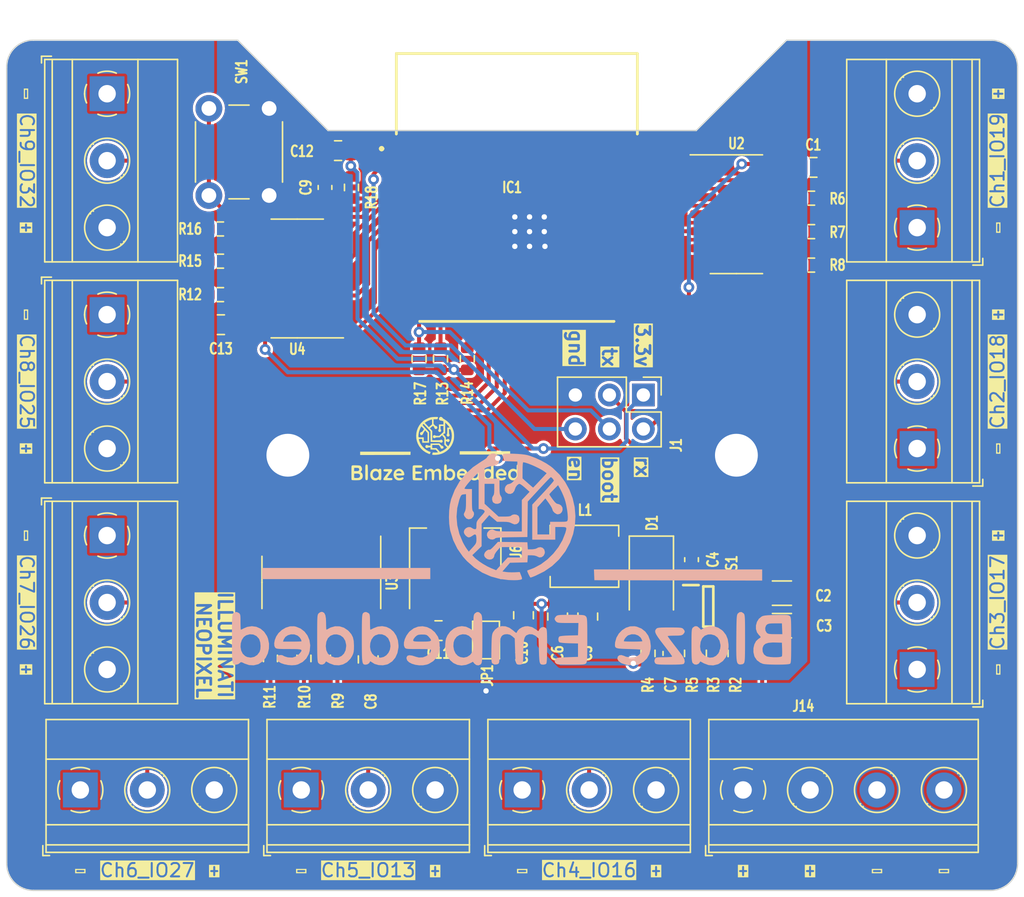
<source format=kicad_pcb>
(kicad_pcb (version 20221018) (generator pcbnew)
  (layers (0 "F.Cu" signal) (31 "B.Cu" signal) (34 "B.Paste" user) (35 "F.Paste" user) (36 "B.SilkS" user "B.Silkscreen") (37 "F.SilkS" user "F.Silkscreen") (38 "B.Mask" user) (39 "F.Mask" user) (44 "Edge.Cuts" user))
  (net 0 "")
  (net 1 "/esp_en")
  (net 2 "GND")
  (net 3 "VCC")
  (net 4 "+3V3")
  (net 5 "/rx")
  (net 6 "/tx")
  (net 7 "/boot")
  (net 8 "/neopixel4")
  (net 9 "/neopixel5")
  (net 10 "/neopixel6")
  (net 11 "/neopixel7")
  (net 12 "/neopixel8")
  (net 13 "/neopixel9")
  (net 14 "/neopixel1")
  (net 15 "/neopixel2")
  (net 16 "/neopixel3")
  (net 17 "+5V")
  (net 18 "Net-(U2-Pad13)")
  (net 19 "Net-(U2-Pad11)")
  (net 20 "Net-(U2-Pad6)")
  (net 21 "Net-(U3-Pad13)")
  (net 22 "Net-(U3-Pad11)")
  (net 23 "Net-(U3-Pad6)")
  (net 24 "Net-(U4-Pad13)")
  (net 25 "Net-(U4-Pad11)")
  (net 26 "Net-(U4-Pad6)")
  (net 27 "Net-(PS1-BST)")
  (net 28 "Net-(D1-K)")
  (net 29 "/V_FB")
  (net 30 "Net-(PS1-EN)")
  (net 31 "Net-(R6-Pad1)")
  (net 32 "Net-(R7-Pad1)")
  (net 33 "Net-(R8-Pad1)")
  (net 34 "Net-(R9-Pad1)")
  (net 35 "Net-(R10-Pad1)")
  (net 36 "Net-(R11-Pad1)")
  (net 37 "Net-(R12-Pad1)")
  (net 38 "Net-(R15-Pad1)")
  (net 39 "Net-(R16-Pad1)")
  (net 40 "/sw")
  (net 41 "/gpio8")
  (net 42 "/gpio2")
  (net 43 "Net-(J2-Pin_2)")
  (net 44 "Net-(J3-Pin_2)")
  (net 45 "Net-(J4-Pin_2)")
  (net 46 "Net-(J5-Pin_2)")
  (net 47 "Net-(J7-Pin_2)")
  (net 48 "Net-(J8-Pin_2)")
  (net 49 "Net-(J9-Pin_2)")
  (net 50 "Net-(J10-Pin_2)")
  (net 51 "Net-(J11-Pin_2)")
  (footprint "Capacitor_SMD:C_0805_2012Metric" (layer "F.Cu") (at 139 130.25 -90)
    (fp_text reference "C8")
    (fp_text value "1u")
  )
  (footprint "Capacitor_SMD:C_0805_2012Metric" (layer "F.Cu") (at 153.15 127.05 -90)
    (fp_text reference "C6")
    (fp_text value "22u")
  )
  (footprint "Resistor_SMD:R_0603_1608Metric" (layer "F.Cu") (at 142.8 107.8 90)
    (fp_text reference "R17")
    (fp_text value "10k")
  )
  (footprint "Capacitor_SMD:C_0805_2012Metric" (layer "F.Cu") (at 172.25 93.5)
    (fp_text reference "C1")
    (fp_text value "1u")
  )
  (footprint "TerminalBlock_Phoenix:TerminalBlock_Phoenix_MKDS-1,5-3_1x03_P5.00mm_Horizontal" (layer "F.Cu") (at 180 131 90)
    (fp_text reference "J5" hide)
    (fp_text value "Conn_01x03" hide)
  )
  (footprint "Jumper:SolderJumper-2_P1.3mm_Open_TrianglePad1.0x1.5mm" (layer "F.Cu") (at 147.8 128.8 90)
    (fp_text reference "JP1")
    (fp_text value "Jumper_2_Open")
  )
  (footprint "TerminalBlock_Phoenix:TerminalBlock_Phoenix_MKDS-1,5-3_1x03_P5.00mm_Horizontal" (layer "F.Cu") (at 119.5 121 -90)
    (fp_text reference "J9" hide)
    (fp_text value "Conn_01x03" hide)
  )
  (footprint "TerminalBlock_Phoenix:TerminalBlock_Phoenix_MKDS-1,5-3_1x03_P5.00mm_Horizontal" (layer "F.Cu") (at 119.5 104.5 -90)
    (fp_text reference "J10" hide)
    (fp_text value "Conn_01x03" hide)
  )
  (footprint "Resistor_SMD:R_0603_1608Metric" (layer "F.Cu") (at 163.15 129.8 -90)
    (fp_text reference "R5")
    (fp_text value "2k")
  )
  (footprint "Resistor_SMD:R_0603_1608Metric" (layer "F.Cu") (at 172.1 98.3)
    (fp_text reference "R7")
    (fp_text value "330R")
  )
  (footprint "Package_SO:SOIC-14_3.9x8.7mm_P1.27mm" (layer "F.Cu") (at 166.5 97)
    (fp_text reference "U2")
    (fp_text value "74HC14")
  )
  (footprint "Package_SO:SOIC-14_3.9x8.7mm_P1.27mm" (layer "F.Cu") (at 135.5 124.5 -90)
    (fp_text reference "U3")
    (fp_text value "74HC14")
  )
  (footprint "Resistor_SMD:R_0603_1608Metric" (layer "F.Cu") (at 164.78 129.8 90)
    (fp_text reference "R3")
    (fp_text value "2k")
  )
  (footprint "TerminalBlock_Phoenix:TerminalBlock_Phoenix_MKDS-1,5-3_1x03_P5.00mm_Horizontal" (layer "F.Cu") (at 150.5 140)
    (fp_text reference "J2" hide)
    (fp_text value "Conn_01x03" hide)
  )
  (footprint "MountingHole:MountingHole_3.2mm_M3_DIN965_Pad" (layer "F.Cu") (at 133 115)
    (fp_text reference "H2" hide)
    (fp_text value "MountingHole_Pad")
  )
  (footprint "TerminalBlock_Phoenix:TerminalBlock_Phoenix_MKDS-1,5-3_1x03_P5.00mm_Horizontal" (layer "F.Cu") (at 180 114.5 90)
    (fp_text reference "J4" hide)
    (fp_text value "Conn_01x03" hide)
  )
  (footprint "Resistor_SMD:R_0603_1608Metric" (layer "F.Cu") (at 137.75 95 -90)
    (fp_text reference "R18")
    (fp_text value "10k")
  )
  (footprint "Connector_PinHeader_2.54mm:PinHeader_2x03_P2.54mm_Vertical" (layer "F.Cu") (at 159.55 110.5 -90)
    (fp_text reference "J1")
    (fp_text value "Conn_02x03_Odd_Even" hide)
  )
  (footprint "Resistor_SMD:R_0603_1608Metric" (layer "F.Cu") (at 134.2 130.175 -90)
    (fp_text reference "R10")
    (fp_text value "330R")
  )
  (footprint "Capacitor_SMD:C_0603_1608Metric" (layer "F.Cu") (at 163.15 122.8 90)
    (fp_text reference "C4")
    (fp_text value "22n")
  )
  (footprint "Capacitor_SMD:C_1206_3216Metric" (layer "F.Cu") (at 169.9 125.3)
    (fp_text reference "C2")
    (fp_text value "10u/1206")
  )
  (footprint "TerminalBlock_Phoenix:TerminalBlock_Phoenix_MKDS-1,5-3_1x03_P5.00mm_Horizontal" (layer "F.Cu") (at 119.5 88 -90)
    (fp_text reference "J11" hide)
    (fp_text value "Conn_01x03" hide)
  )
  (footprint "Button_Switch_THT:SW_PUSH_6mm_H5mm" (layer "F.Cu") (at 127.1 95.6 90)
    (fp_text reference "SW1")
    (fp_text value "SW_SPST")
  )
  (footprint "Capacitor_SMD:C_0805_2012Metric" (layer "F.Cu") (at 128 105.25 180)
    (fp_text reference "C13")
    (fp_text value "1u")
  )
  (footprint "Resistor_SMD:R_0603_1608Metric" (layer "F.Cu") (at 144.4 107.8 90)
    (fp_text reference "R13")
    (fp_text value "10k")
  )
  (footprint "Capacitor_SMD:C_1206_3216Metric" (layer "F.Cu") (at 169.9 127.73)
    (fp_text reference "C3")
    (fp_text value "10u/1206")
  )
  (footprint "Capacitor_SMD:C_0805_2012Metric" (layer "F.Cu") (at 155.4 127.05 -90)
    (fp_text reference "C5")
    (fp_text value "22u")
  )
  (footprint "Resistor_SMD:R_0603_1608Metric" (layer "F.Cu") (at 146.4 107.8 90)
    (fp_text reference "R14")
    (fp_text value "10k")
  )
  (footprint "Capacitor_SMD:C_0805_2012Metric" (layer "F.Cu") (at 150.6 126.95 -90)
    (fp_text reference "C10")
    (fp_text value "1u")
  )
  (footprint "Resistor_SMD:R_0603_1608Metric" (layer "F.Cu") (at 166.4 129.8 -90)
    (fp_text reference "R2")
    (fp_text value "10k")
  )
  (footprint "Resistor_SMD:R_0603_1608Metric" (layer "F.Cu") (at 159.9 129.8 90)
    (fp_text reference "R4")
    (fp_text value "10k")
  )
  (footprint "Resistor_SMD:R_0603_1608Metric" (layer "F.Cu") (at 172.1 100.8)
    (fp_text reference "R8")
    (fp_text value "330R")
  )
  (footprint "Resistor_SMD:R_0603_1608Metric" (layer "F.Cu") (at 136.7 130.175 -90)
    (fp_text reference "R9")
    (fp_text value "330R")
  )
  (footprint "TerminalBlock_Phoenix:TerminalBlock_Phoenix_MKDS-1,5-3_1x03_P5.00mm_Horizontal" (layer "F.Cu") (at 117.5 140)
    (fp_text reference "J8" hide)
    (fp_text value "Conn_01x03" hide)
  )
  (footprint "Capacitor_SMD:C_0603_1608Metric" (layer "F.Cu") (at 135.775 95 90)
    (fp_text reference "C9")
    (fp_text value "100n")
  )
  (footprint "Resistor_SMD:R_0603_1608Metric" (layer "F.Cu") (at 127.955 98.1 180)
    (fp_text reference "R16")
    (fp_text value "330R")
  )
  (footprint "Diode_SMD:D_SMA" (layer "F.Cu") (at 160.15 124.55 -90)
    (fp_text reference "D1")
    (fp_text value "B340A")
  )
  (footprint "MountingHole:MountingHole_3.2mm_M3_DIN965_Pad" (layer "F.Cu") (at 166.5 115)
    (fp_text reference "H1" hide)
    (fp_text value "MountingHole_Pad")
  )
  (footprint "Resistor_SMD:R_0603_1608Metric" (layer "F.Cu") (at 127.955 100.505 180)
    (fp_text reference "R15")
    (fp_text value "330R")
  )
  (footprint "TerminalBlock_Phoenix:TerminalBlock_Phoenix_MKDS-1,5-3_1x03_P5.00mm_Horizontal" (layer "F.Cu") (at 134 140)
    (fp_text reference "J7" hide)
    (fp_text value "Conn_01x03" hide)
  )
  (footprint "Resistor_SMD:R_0603_1608Metric" (layer "F.Cu") (at 131.7 130.175 -90)
    (fp_text reference "R11")
    (fp_text value "330R")
  )
  (footprint "SamacSys_Parts:ESP32C3WROOM02N4" (layer "F.Cu") (at 151.06 98.3)
    (fp_text reference "IC1")
    (fp_text value "ESP32-C3-WROOM-02-N4" hide)
  )
  (footprint "TerminalBlock_Phoenix:TerminalBlock_Phoenix_MKDS-1,5-3_1x03_P5.00mm_Horizontal" (layer "F.Cu") (at 180 98 90)
    (fp_text reference "J3" hide)
    (fp_text value "Conn_01x03" hide)
  )
  (footprint "Package_TO_SOT_SMD:SOT-223-3_TabPin2" (layer "F.Cu") (at 145.5 122.35 90)
    (fp_text reference "U6")
    (fp_text value "AMS1117-3.3")
  )
  (footprint "Resistor_SMD:R_0603_1608Metric" (layer "F.Cu") (at 127.955 103.005 180)
    (fp_text reference "R12")
    (fp_text value "330R")
  )
  (footprint "Capacitor_SMD:C_0805_2012Metric" (layer "F.Cu") (at 144.25 128.1 180)
    (fp_text reference "C11")
    (fp_text value "1u")
  )
  (footprint "TerminalBlock_Phoenix:TerminalBlock_Phoenix_MKDS-1,5-4_1x04_P5.00mm_Horizontal" (layer "F.Cu") (at 167 140)
    (fp_text reference "J14")
    (fp_text value "Conn_01x04")
  )
  (footprint "Capacitor_SMD:C_0805_2012Metric" (layer "F.Cu") (at 136.75 92.25 180)
    (fp_text reference "C12")
    (fp_text value "22u")
  )
  (footprint "SamacSys_Parts:SOT95P285X140-6N" (layer "F.Cu") (at 164.4 126.3)
    (fp_text reference "PS1")
    (fp_text value "AP5100WG-7" hide)
  )
  (footprint "Inductor_SMD:L_Chilisin_BMRA00040420" (layer "F.Cu") (at 155.15 122.55 180)
    (fp_text reference "L1")
    (fp_text value "10u/C2921170")
  )
  (footprint "LOGO" (layer "F.Cu") (at 144 114.5)
    (fp_text reference "G***" hide)
    (fp_text value "LOGO" hide)
  )
  (footprint "Capacitor_SMD:C_0603_1608Metric" (layer "F.Cu") (at 161.53 129.8 90)
    (fp_text reference "C7")
    (fp_text value "100p")
  )
  (footprint "Package_SO:SOIC-14_3.9x8.7mm_P1.27mm" (layer "F.Cu") (at 133.7 101.8 180)
    (fp_text reference "U4")
    (fp_text value "74HC14")
  )
  (footprint "Resistor_SMD:R_0603_1608Metric" (layer "F.Cu") (at 172.1 95.8)
    (fp_text reference "R6")
    (fp_text value "330R")
  )
  (footprint "LOGO" (layer "B.Cu") (at 149.75 122.75 180)
    (fp_text reference "G***" hide)
    (fp_text value "LOGO" hide)
  )
  (gr_arc (start 185.5 84) (mid 186.914214 84.585786) (end 187.5 86) (stroke (width 0.1)) (layer "Edge.Cuts"))
  (gr_line (start 185.5 147.5) (end 114 147.5) (stroke (width 0.1)) (layer "Edge.Cuts"))
  (gr_line (start 163.5 90.75) (end 170.25 84) (stroke (width 0.1)) (layer "Edge.Cuts"))
  (gr_arc (start 112 86) (mid 112.585786 84.585786) (end 114 84) (stroke (width 0.1)) (layer "Edge.Cuts"))
  (gr_line (start 136 90.75) (end 129.25 84) (stroke (width 0.1)) (layer "Edge.Cuts"))
  (gr_line (start 136 90.75) (end 163.5 90.75) (stroke (width 0.1)) (layer "Edge.Cuts"))
  (gr_line (start 187.5 86) (end 187.5 145.5) (stroke (width 0.1)) (layer "Edge.Cuts"))
  (gr_arc (start 187.5 145.5) (mid 186.914214 146.914214) (end 185.5 147.5) (stroke (width 0.1)) (layer "Edge.Cuts"))
  (gr_line (start 170.25 84) (end 185.5 84) (stroke (width 0.1)) (layer "Edge.Cuts"))
  (gr_line (start 112 145.5) (end 112 86) (stroke (width 0.1)) (layer "Edge.Cuts"))
  (gr_line (start 129.25 84) (end 114 84) (stroke (width 0.1)) (layer "Edge.Cuts"))
  (gr_arc (start 114 147.5) (mid 112.585786 146.914214) (end 112 145.5) (stroke (width 0.1)) (layer "Edge.Cuts"))
  (gr_text "Ch7_IO26" (at 113.5 126 -90) (layer "F.SilkS" knockout) (effects (font (size 1 1))))
  (gr_text "Ch1_IO19" (at 186 93 90) (layer "F.SilkS" knockout) (effects (font (size 1 1))))
  (gr_text "+" (at 113.5 131 -90) (layer "F.SilkS" knockout) (effects (font (size 0.8 0.6))))
  (gr_text "+" (at 113.5 114.5 -90) (layer "F.SilkS" knockout) (effects (font (size 0.8 0.6))))
  (gr_text "tx" (at 157 108.5 270) (layer "F.SilkS" knockout) (effects (font (size 1 1) (thickness 0.2)) (justify right)))
  (gr_text "3.3v" (at 159.5 108.5 270) (layer "F.SilkS" knockout) (effects (font (size 1 1) (thickness 0.2)) (justify right)))
  (gr_text "+" (at 127.5 146) (layer "F.SilkS" knockout) (effects (font (size 0.8 0.6))))
  (gr_text "+" (at 144 146) (layer "F.SilkS" knockout) (effects (font (size 0.8 0.6))))
  (gr_text "Ch6_IO27" (at 122.5 146) (layer "F.SilkS" knockout) (effects (font (size 1 1))))
  (gr_text "+" (at 167 146) (layer "F.SilkS" knockout) (effects (font (size 0.8 0.6))))
  (gr_text "+" (at 160.5 146) (layer "F.SilkS" knockout) (effects (font (size 0.8 0.6))))
  (gr_text "-" (at 150.5 146) (layer "F.SilkS" knockout) (effects (font (size 0.8 0.6))))
  (gr_text "-" (at 113.5 104.5 -90) (layer "F.SilkS" knockout) (effects (font (size 0.8 0.6))))
  (gr_text "Ch4_IO16" (at 155.5 146) (layer "F.SilkS" knockout) (effects (font (size 1 1))))
  (gr_text "-" (at 117.5 146) (layer "F.SilkS" knockout) (effects (font (size 0.8 0.6))))
  (gr_text "-" (at 186 98 90) (layer "F.SilkS" knockout) (effects (font (size 0.8 0.6))))
  (gr_text "+" (at 186 104.5 90) (layer "F.SilkS" knockout) (effects (font (size 0.8 0.6))))
  (gr_text "-" (at 186 114.5 90) (layer "F.SilkS" knockout) (effects (font (size 0.8 0.6))))
  (gr_text "+" (at 186 121 90) (layer "F.SilkS" knockout) (effects (font (size 0.8 0.6))))
  (gr_text "-" (at 177 146) (layer "F.SilkS" knockout) (effects (font (size 0.8 0.6))))
  (gr_text "ILLUMINATI\nNEOPIXEL\n" (at 127.5 133.25 -90) (layer "F.SilkS" knockout) (effects (font (size 1 1) (thickness 0.2)) (justify right)))
  (gr_text "+" (at 113.5 98 -90) (layer "F.SilkS" knockout) (effects (font (size 0.8 0.6))))
  (gr_text "rx" (at 159.5 115 270) (layer "F.SilkS" knockout) (effects (font (size 1 1) (thickness 0.2)) (justify left)))
  (gr_text "boot\n" (at 157 115 270) (layer "F.SilkS" knockout) (effects (font (size 1 1) (thickness 0.2)) (justify left)))
  (gr_text "+" (at 172 146) (layer "F.SilkS" knockout) (effects (font (size 0.8 0.6))))
  (gr_text "+" (at 186 88 90) (layer "F.SilkS" knockout) (effects (font (size 0.8 0.6))))
  (gr_text "gnd" (at 154.5 108.5 270) (layer "F.SilkS" knockout) (effects (font (size 1 1) (thickness 0.2)) (justify right)))
  (gr_text "-" (at 186 131 90) (layer "F.SilkS" knockout) (effects (font (size 0.8 0.6))))
  (gr_text "-" (at 113.5 121 -90) (layer "F.SilkS" knockout) (effects (font (size 0.8 0.6))))
  (gr_text "-" (at 113.5 88 -90) (layer "F.SilkS" knockout) (effects (font (size 0.8 0.6))))
  (gr_text "Ch3_IO17" (at 186 126 90) (layer "F.SilkS" knockout) (effects (font (size 1 1))))
  (gr_text "Ch2_IO18" (at 186 109.5 90) (layer "F.SilkS" knockout) (effects (font (size 1 1))))
  (gr_text "-" (at 182 146) (layer "F.SilkS" knockout) (effects (font (size 0.8 0.6))))
  (gr_text "en" (at 154.5 115 270) (layer "F.SilkS" knockout) (effects (font (size 1 1) (thickness 0.2)) (justify left)))
  (gr_text "Ch5_IO13" (at 139 146) (layer "F.SilkS" knockout) (effects (font (size 1 1))))
  (gr_text "Ch8_IO25" (at 113.5 109.5 -90) (layer "F.SilkS" knockout) (effects (font (size 1 1))))
  (gr_text "Ch9_IO32" (at 113.5 93 -90) (layer "F.SilkS" knockout) (effects (font (size 1 1))))
  (gr_text "-" (at 134 146) (layer "F.SilkS" knockout) (effects (font (size 0.8 0.6))))
  (segment (start 135.825 95.825) (end 135.775 95.775) (width 0.3) (layer "F.Cu") (net 1))
  (segment (start 139.4 94.4) (end 139.4 94) (width 0.3) (layer "F.Cu") (net 1))
  (segment (start 139.4 94) (end 139.8 93.6) (width 0.3) (layer "F.Cu") (net 1))
  (segment (start 139.8 93.6) (end 141.35 93.6) (width 0.3) (layer "F.Cu") (net 1))
  (segment (start 137.75 95.825) (end 138.775 95.825) (width 0.3) (layer "F.Cu") (net 1))
  (segment (start 137.75 95.825) (end 135.825 95.825) (width 0.3) (layer "F.Cu") (net 1))
  (segment (start 138.775 95.825) (end 139.4 95.2) (width 0.3) (layer "F.Cu") (net 1))
  (segment (start 139.4 95.2) (end 139.4 94.4) (width 0.3) (layer "F.Cu") (net 1))
  (via (at 139.4 94.4) (size 0.8) (drill 0.4) (layers "F.Cu" "B.Cu") (net 1))
  (segment (start 151.42 113.04) (end 145.18 106.8) (width 0.3) (layer "B.Cu") (net 1))
  (segment (start 154.47 113.04) (end 151.42 113.04) (width 0.3) (layer "B.Cu") (net 1))
  (segment (start 139.4 104.4) (end 139.4 94.4) (width 0.3) (layer "B.Cu") (net 1))
  (segment (start 145.18 106.8) (end 141.8 106.8) (width 0.3) (layer "B.Cu") (net 1))
  (segment (start 141.8 106.8) (end 139.4 104.4) (width 0.3) (layer "B.Cu") (net 1))
  (via (at 152.15 98.3) (size 0.8) (drill 0.4) (layers "F.Cu" "B.Cu") (net 2))
  (via (at 149.95 97.2) (size 0.8) (drill 0.4) (layers "F.Cu" "B.Cu") (net 2))
  (via (at 152.2 99.4) (size 0.8) (drill 0.4) (layers "F.Cu" "B.Cu") (net 2))
  (via (at 151.05 97.2) (size 0.8) (drill 0.4) (layers "F.Cu" "B.Cu") (net 2))
  (via (at 149.95 98.3) (size 0.8) (drill 0.4) (layers "F.Cu" "B.Cu") (net 2))
  (via (at 149.95 99.4) (size 0.8) (drill 0.4) (layers "F.Cu" "B.Cu") (net 2))
  (via (at 151.05 98.3) (size 0.8) (drill 0.4) (layers "F.Cu" "B.Cu") (net 2))
  (via (at 151.05 99.4) (size 0.8) (drill 0.4) (layers "F.Cu" "B.Cu") (net 2))
  (via (at 152.15 97.2) (size 0.8) (drill 0.4) (layers "F.Cu" "B.Cu") (net 2))
  (segment (start 167.775 130.625) (end 168.425 129.975) (width 0.3) (layer "F.Cu") (net 3))
  (segment (start 167.7 125.3) (end 168.425 125.3) (width 0.3) (layer "F.Cu") (net 3))
  (segment (start 168.425 129.975) (end 168.425 127.73) (width 0.3) (layer "F.Cu") (net 3))
  (segment (start 168.425 127.73) (end 168.425 125.3) (width 0.3) (layer "F.Cu") (net 3))
  (segment (start 165.7 126.3) (end 166.7 126.3) (width 0.3) (layer "F.Cu") (net 3))
  (segment (start 167 140) (end 167 135.6) (width 0.3) (layer "F.Cu") (net 3))
  (segment (start 166.7 126.3) (end 167.7 125.3) (width 0.3) (layer "F.Cu") (net 3))
  (segment (start 168.425 134.175) (end 168.425 129.975) (width 0.3) (layer "F.Cu") (net 3))
  (segment (start 166.4 130.625) (end 167.775 130.625) (width 0.3) (layer "F.Cu") (net 3))
  (segment (start 167 135.6) (end 168.425 134.175) (width 0.3) (layer "F.Cu") (net 3))
  (segment (start 147.8 129.525) (end 147.8 132.6) (width 0.3) (layer "F.Cu") (net 3))
  (via (at 147.8 132.6) (size 0.8) (drill 0.4) (layers "F.Cu" "B.Cu") (net 3))
  (segment (start 144.4 108.625) (end 142.8 108.625) (width 0.3) (layer "F.Cu") (net 4))
  (segment (start 145.375 108.625) (end 144.4 108.625) (width 0.3) (layer "F.Cu") (net 4))
  (segment (start 145.4 108.6) (end 145.425 108.625) (width 0.3) (layer "F.Cu") (net 4))
  (segment (start 145.2875 128.1) (end 145.2875 125.7125) (width 0.3) (layer "F.Cu") (net 4))
  (segment (start 145.2875 125.7125) (end 145.5 125.5) (width 0.3) (layer "F.Cu") (net 4))
  (segment (start 137.7 93.4) (end 137.7 94.125) (width 0.3) (layer "F.Cu") (net 4))
  (segment (start 145.5 125.5) (end 145.5 119.2) (width 0.3) (layer "F.Cu") (net 4))
  (segment (start 145.425 108.625) (end 146.4 108.625) (width 0.3) (layer "F.Cu") (net 4))
  (segment (start 145.5 117.2) (end 145.5 119.2) (width 0.3) (layer "F.Cu") (net 4))
  (segment (start 137.7 92.25) (end 137.85 92.1) (width 0.3) (layer "F.Cu") (net 4))
  (segment (start 137.85 92.1) (end 141.35 92.1) (width 0.3) (layer "F.Cu") (net 4))
  (segment (start 137.7 94.125) (end 137.75 94.175) (width 0.3) (layer "F.Cu") (net 4))
  (segment (start 152.09 114.5) (end 148.2 114.5) (width 0.3) (layer "F.Cu") (net 4))
  (segment (start 137.7 92.25) (end 137.7 93.4) (width 0.3) (layer "F.Cu") (net 4))
  (segment (start 145.4 108.6) (end 145.375 108.625) (width 0.3) (layer "F.Cu") (net 4))
  (segment (start 148.2 114.5) (end 145.5 117.2) (width 0.3) (layer "F.Cu") (net 4))
  (via (at 137.7 93.4) (size 0.8) (drill 0.4) (layers "F.Cu" "B.Cu") (net 4))
  (via (at 152.09 114.5) (size 0.8) (drill 0.4) (layers "F.Cu" "B.Cu") (net 4))
  (via (at 145.4 108.6) (size 0.8) (drill 0.4) (layers "F.Cu" "B.Cu") (net 4))
  (segment (start 158.3 111.75) (end 159.55 110.5) (width 0.3) (layer "B.Cu") (net 4))
  (segment (start 144.6 107.8) (end 141.2 107.8) (width 0.3) (layer "B.Cu") (net 4))
  (segment (start 141.2 107.8) (end 138.2 104.8) (width 0.3) (layer "B.Cu") (net 4))
  (segment (start 152.09 114.5) (end 151.3 114.5) (width 0.3) (layer "B.Cu") (net 4))
  (segment (start 145.4 108.6) (end 144.6 107.8) (width 0.3) (layer "B.Cu") (net 4))
  (segment (start 152.09 114.5) (end 157.75 114.5) (width 0.3) (layer "B.Cu") (net 4))
  (segment (start 157.75 114.5) (end 158.3 113.95) (width 0.3) (layer "B.Cu") (net 4))
  (segment (start 138.2 104.8) (end 138.2 93.9) (width 0.3) (layer "B.Cu") (net 4))
  (segment (start 151.3 114.5) (end 145.4 108.6) (width 0.3) (layer "B.Cu") (net 4))
  (segment (start 158.3 113.95) (end 158.3 111.75) (width 0.3) (layer "B.Cu") (net 4))
  (segment (start 138.2 93.9) (end 137.7 93.4) (width 0.3) (layer "B.Cu") (net 4))
  (segment (start 160.4 102.6) (end 161.8 104) (width 0.3) (layer "F.Cu") (net 5))
  (segment (start 158.85 102.6) (end 160.4 102.6) (width 0.3) (layer "F.Cu") (net 5))
  (segment (start 159.91 113.04) (end 159.55 113.04) (width 0.3) (layer "F.Cu") (net 5))
  (segment (start 161.8 111.15) (end 159.91 113.04) (width 0.3) (layer "F.Cu") (net 5))
  (segment (start 161.8 104) (end 161.8 111.15) (width 0.3) (layer "F.Cu") (net 5))
  (segment (start 160.3 101.1) (end 162.3 103.1) (width 0.3) (layer "F.Cu") (net 6))
  (segment (start 162.3 112.6) (end 160.5 114.4) (width 0.3) (layer "F.Cu") (net 6))
  (segment (start 158.85 101.1) (end 160.3 101.1) (width 0.3) (layer "F.Cu") (net 6))
  (segment (start 160.5 114.4) (end 158.9 114.4) (width 0.3) (layer "F.Cu") (net 6))
  (segment (start 158.25 113.75) (end 158.25 111.74) (width 0.3) (layer "F.Cu") (net 6))
  (segment (start 162.3 103.1) (end 162.3 112.6) (width 0.3) (layer "F.Cu") (net 6))
  (segment (start 158.9 114.4) (end 158.25 113.75) (width 0.3) (layer "F.Cu") (net 6))
  (segment (start 158.25 111.74) (end 157.01 110.5) (width 0.3) (layer "F.Cu") (net 6))
  (segment (start 142.8 106.975) (end 142.8 103) (width 0.3) (layer "F.Cu") (net 7))
  (segment (start 142.4 102.6) (end 141.35 102.6) (width 0.3) (layer "F.Cu") (net 7))
  (segment (start 142.8 103) (end 142.4 102.6) (width 0.3) (layer "F.Cu") (net 7))
  (via (at 142.8 105.8) (size 0.8) (drill 0.4) (layers "F.Cu" "B.Cu") (net 7))
  (segment (start 145.1 105.8) (end 150.95 111.65) (width 0.3) (layer "B.Cu") (net 7))
  (segment (start 142.8 105.8) (end 145.1 105.8) (width 0.3) (layer "B.Cu") (net 7))
  (segment (start 155.62 111.65) (end 157.01 113.04) (width 0.3) (layer "B.Cu") (net 7))
  (segment (start 150.95 111.65) (end 155.62 111.65) (width 0.3) (layer "B.Cu") (net 7))
  (segment (start 149.2 105) (end 151.25 102.95) (width 0.3) (layer "F.Cu") (net 8))
  (segment (start 139.31 116.44) (end 144.1 111.65) (width 0.3) (layer "F.Cu") (net 8))
  (segment (start 139.31 122.025) (end 139.31 116.44) (width 0.3) (layer "F.Cu") (net 8))
  (segment (start 149.2 110.35) (end 149.2 105) (width 0.3) (layer "F.Cu") (net 8))
  (segment (start 144.1 111.65) (end 147.9 111.65) (width 0.3) (layer "F.Cu") (net 8))
  (segment (start 155.95 104.1) (end 158.85 104.1) (width 0.3) (layer "F.Cu") (net 8))
  (segment (start 151.25 102.95) (end 154.8 102.95) (width 0.3) (layer "F.Cu") (net 8))
  (segment (start 154.8 102.95) (end 155.95 104.1) (width 0.3) (layer "F.Cu") (net 8))
  (segment (start 147.9 111.65) (end 149.2 110.35) (width 0.3) (layer "F.Cu") (net 8))
  (segment (start 150.8 102.4) (end 154.1 102.4) (width 0.3) (layer "F.Cu") (net 9))
  (segment (start 148.6 104.6) (end 150.8 102.4) (width 0.3) (layer "F.Cu") (net 9))
  (segment (start 138.7 116.1) (end 143.7 111.1) (width 0.3) (layer "F.Cu") (net 9))
  (segment (start 154.1 102.4) (end 156.9 99.6) (width 0.3) (layer "F.Cu") (net 9))
  (segment (start 148.6 109.9) (end 148.6 104.6) (width 0.3) (layer "F.Cu") (net 9))
  (segment (start 136.8 121.995) (end 136.8 120.15) (width 0.3) (layer "F.Cu") (net 9))
  (segment (start 156.9 99.6) (end 158.85 99.6) (width 0.3) (layer "F.Cu") (net 9))
  (segment (start 136.77 122.025) (end 136.8 121.995) (width 0.3) (layer "F.Cu") (net 9))
  (segment (start 136.8 120.15) (end 138.7 118.25) (width 0.3) (layer "F.Cu") (net 9))
  (segment (start 138.7 118.25) (end 138.7 116.1) (width 0.3) (layer "F.Cu") (net 9))
  (segment (start 147.4 111.1) (end 148.6 109.9) (width 0.3) (layer "F.Cu") (net 9))
  (segment (start 143.7 111.1) (end 147.4 111.1) (width 0.3) (layer "F.Cu") (net 9))
  (segment (start 134.23 122.025) (end 134.23 120.32) (width 0.3) (layer "F.Cu") (net 10))
  (segment (start 134.7 119.85) (end 136.25 119.85) (width 0.3) (layer "F.Cu") (net 10))
  (segment (start 153.8 101.8) (end 157.5 98.1) (width 0.3) (layer "F.Cu") (net 10))
  (segment (start 138.25 115.913604) (end 143.613604 110.55) (width 0.3) (layer "F.Cu") (net 10))
  (segment (start 136.25 119.85) (end 138.25 117.85) (width 0.3) (layer "F.Cu") (net 10))
  (segment (start 148 109.55) (end 148 104.2) (width 0.3) (layer "F.Cu") (net 10))
  (segment (start 138.25 117.85) (end 138.25 115.913604) (width 0.3) (layer "F.Cu") (net 10))
  (segment (start 143.613604 110.55) (end 147 110.55) (width 0.3) (layer "F.Cu") (net 10))
  (segment (start 157.5 98.1) (end 158.85 98.1) (width 0.3) (layer "F.Cu") (net 10))
  (segment (start 147 110.55) (end 148 109.55) (width 0.3) (layer "F.Cu") (net 10))
  (segment (start 148 104.2) (end 150.4 101.8) (width 0.3) (layer "F.Cu") (net 10))
  (segment (start 134.23 120.32) (end 134.7 119.85) (width 0.3) (layer "F.Cu") (net 10))
  (segment (start 150.4 101.8) (end 153.8 101.8) (width 0.3) (layer "F.Cu") (net 10))
  (segment (start 140 103.8) (end 140 99.8) (width 0.3) (layer "F.Cu") (net 11))
  (segment (start 140 99.8) (end 140.2 99.6) (width 0.3) (layer "F.Cu") (net 11))
  (segment (start 138.19 105.61) (end 140 103.8) (width 0.3) (layer "F.Cu") (net 11))
  (segment (start 140.2 99.6) (end 141.35 99.6) (width 0.3) (layer "F.Cu") (net 11))
  (segment (start 136.175 105.61) (end 138.19 105.61) (width 0.3) (layer "F.Cu") (net 11))
  (segment (start 139.9 98.1) (end 141.35 98.1) (width 0.3) (layer "F.Cu") (net 12))
  (segment (start 139 99) (end 139.9 98.1) (width 0.3) (layer "F.Cu") (net 12))
  (segment (start 138.13 103.07) (end 139 102.2) (width 0.3) (layer "F.Cu") (net 12))
  (segment (start 139 102.2) (end 139 99) (width 0.3) (layer "F.Cu") (net 12))
  (segment (start 136.175 103.07) (end 138.13 103.07) (width 0.3) (layer "F.Cu") (net 12))
  (segment (start 139.8 96.6) (end 141.35 96.6) (width 0.3) (layer "F.Cu") (net 13))
  (segment (start 138 100) (end 138 98.4) (width 0.3) (layer "F.Cu") (net 13))
  (segment (start 136.175 100.53) (end 137.47 100.53) (width 0.3) (layer "F.Cu") (net 13))
  (segment (start 138 98.4) (end 139.8 96.6) (width 0.3) (layer "F.Cu") (net 13))
  (segment (start 137.47 100.53) (end 138 100) (width 0.3) (layer "F.Cu") (net 13))
  (segment (start 164.025 93.19) (end 161.94 93.19) (width 0.3) (layer "F.Cu") (net 14))
  (segment (start 160.85 92.1) (end 158.85 92.1) (width 0.3) (layer "F.Cu") (net 14))
  (segment (start 161.94 93.19) (end 160.85 92.1) (width 0.3) (layer "F.Cu") (net 14))
  (segment (start 158.85 93.6) (end 160.4 93.6) (width 0.3) (layer "F.Cu") (net 15))
  (segment (start 162.53 95.73) (end 164.025 95.73) (width 0.3) (layer "F.Cu") (net 15))
  (segment (start 160.4 93.6) (end 162.53 95.73) (width 0.3) (layer "F.Cu") (net 15))
  (segment (start 162.27 98.27) (end 164.025 98.27) (width 0.3) (layer "F.Cu") (net 16))
  (segment (start 158.85 96.6) (end 160.6 96.6) (width 0.3) (layer "F.Cu") (net 16))
  (segment (start 160.6 96.6) (end 162.27 98.27) (width 0.3) (layer "F.Cu") (net 16))
  (segment (start 170.99 93.19) (end 171.3 93.5) (width 0.3) (layer "F.Cu") (net 17))
  (segment (start 145.95 129.3) (end 147.175 128.075) (width 0.3) (layer "F.Cu") (net 17))
  (segment (start 153.3 122.55) (end 153.3 125.95) (width 0.3) (layer "F.Cu") (net 17))
  (segment (start 148.7 115.25) (end 161 115.25) (width 0.3) (layer "F.Cu") (net 17))
  (segment (start 159.9 130.625) (end 158.875 130.625) (width 0.3) (layer "F.Cu") (net 17))
  (segment (start 153.3 125.95) (end 153.15 126.1) (width 0.3) (layer "F.Cu") (net 17))
  (segment (start 151.95 126.1) (end 150.7875 126.1) (width 0.3) (layer "F.Cu") (net 17))
  (segment (start 168.915 93.25) (end 168.975 93.19) (width 0.3) (layer "F.Cu") (net 17))
  (segment (start 153.15 126.1) (end 151.95 126.1) (width 0.3) (layer "F.Cu") (net 17))
  (segment (start 158.875 130.625) (end 158.8 130.55) (width 0.3) (layer "F.Cu") (net 17))
  (segment (start 168.975 93.19) (end 170.99 93.19) (width 0.3) (layer "F.Cu") (net 17))
  (segment (start 139.31 128.99) (end 139 129.3) (width 0.3) (layer "F.Cu") (net 17))
  (segment (start 162.95 113.3) (end 162.95 102.45) (width 0.3) (layer "F.Cu") (net 17))
  (segment (start 147.8 116.1) (end 147.8 125.5) (width 0.3) (layer "F.Cu") (net 17))
  (segment (start 161.53 130.575) (end 159.95 130.575) (width 0.3) (layer "F.Cu") (net 17))
  (segment (start 131.3 107.1) (end 131.3 105.685) (width 0.3) (layer "F.Cu") (net 17))
  (segment (start 150.6 125.9125) (end 148.2125 125.9125) (width 0.3) (layer "F.Cu") (net 17))
  (segment (start 129.31 105.61) (end 128.95 105.25) (width 0.3) (layer "F.Cu") (net 17))
  (segment (start 150.7875 126.1) (end 150.6 125.9125) (width 0.3) (layer "F.Cu") (net 17))
  (segment (start 161 115.25) (end 162.95 113.3) (width 0.3) (layer "F.Cu") (net 17))
  (segment (start 159.95 130.575) (end 159.9 130.625) (width 0.3) (layer "F.Cu") (net 17))
  (segment (start 147.8 125.5) (end 147.8 128.075) (width 0.3) (layer "F.Cu") (net 17))
  (segment (start 147.175 128.075) (end 147.8 128.075) (width 0.3) (layer "F.Cu") (net 17))
  (segment (start 139 129.3) (end 145.95 129.3) (width 0.3) (layer "F.Cu") (net 17))
  (segment (start 131.3 105.685) (end 131.225 105.61) (width 0.3) (layer "F.Cu") (net 17))
  (segment (start 131.225 105.61) (end 129.31 105.61) (width 0.3) (layer "F.Cu") (net 17))
  (segment (start 139.31 126.975) (end 139.31 128.99) (width 0.3) (layer "F.Cu") (net 17))
  (segment (start 148.675 115.225) (end 147.8 116.1) (width 0.3) (layer "F.Cu") (net 17))
  (segment (start 148.2125 125.9125) (end 147.8 125.5) (width 0.3) (layer "F.Cu") (net 17))
  (segment (start 148.675 115.225) (end 148.7 115.25) (width 0.3) (layer "F.Cu") (net 17))
  (segment (start 166.9 93.25) (end 168.915 93.25) (width 0.3) (layer "F.Cu") (net 17))
  (segment (start 155.4 126.1) (end 153.15 126.1) (width 0.3) (layer "F.Cu") (net 17))
  (via (at 131.3 107.1) (size 0.8) (drill 0.4) (layers "F.Cu" "B.Cu") (net 17))
  (via (at 148.675 115.225) (size 0.8) (drill 0.4) (layers "F.Cu" "B.Cu") (net 17))
  (via (at 162.95 102.45) (size 0.8) (drill 0.4) (layers "F.Cu" "B.Cu") (net 17))
  (via (at 158.8 130.55) (size 0.8) (drill 0.4) (layers "F.Cu" "B.Cu") (net 17))
  (via (at 166.9 93.25) (size 0.8) (drill 0.4) (layers "F.Cu" "B.Cu") (net 17))
  (via (at 151.95 126.1) (size 0.8) (drill 0.4) (layers "F.Cu" "B.Cu") (net 17))
  (segment (start 151.95 129.1) (end 151.95 126.1) (width 0.3) (layer "B.Cu") (net 17))
  (segment (start 148.05 112.75) (end 144.1 108.8) (width 0.3) (layer "B.Cu") (net 17))
  (segment (start 162.95 102.45) (end 162.95 97.2) (width 0.3) (layer "B.Cu") (net 17))
  (segment (start 158.8 130.55) (end 153.4 130.55) (width 0.3) (layer "B.Cu") (net 17))
  (segment (start 148.675 115.225) (end 148.675 114.975) (width 0.3) (layer "B.Cu") (net 17))
  (segment (start 144.1 108.8) (end 133 108.8) (width 0.3) (layer "B.Cu") (net 17))
  (segment (start 133 108.8) (end 131.3 107.1) (width 0.3) (layer "B.Cu") (net 17))
  (segment (start 153.4 130.55) (end 151.95 129.1) (width 0.3) (layer "B.Cu") (net 17))
  (segment (start 148.05 114.35) (end 148.05 112.75) (width 0.3) (layer "B.Cu") (net 17))
  (segment (start 148.675 114.975) (end 148.05 114.35) (width 0.3) (layer "B.Cu") (net 17))
  (segment (start 162.95 97.2) (end 166.9 93.25) (width 0.3) (layer "B.Cu") (net 17))
  (segment (start 164.025 94.46) (end 168.975 94.46) (width 0.3) (layer "F.Cu") (net 18))
  (segment (start 164.025 97) (end 168.975 97) (width 0.3) (layer "F.Cu") (net 19))
  (segment (start 168.975 99.54) (end 164.025 99.54) (width 0.3) (layer "F.Cu") (net 20))
  (segment (start 138.04 122.025) (end 138.04 126.975) (width 0.3) (layer "F.Cu") (net 21))
  (segment (start 135.5 126.975) (end 135.5 122.025) (width 0.3) (layer "F.Cu") (net 22))
  (segment (start 132.96 122.025) (end 132.96 126.975) (width 0.3) (layer "F.Cu") (net 23))
  (segment (start 136.175 104.34) (end 131.225 104.34) (width 0.3) (layer "F.Cu") (net 24))
  (segment (start 131.225 101.8) (end 136.175 101.8) (width 0.3) (layer "F.Cu") (net 25))
  (segment (start 131.225 99.26) (end 136.175 99.26) (width 0.3) (layer "F.Cu") (net 26))
  (segment (start 163.1 123.625) (end 163.15 123.575) (width 0.3) (layer "F.Cu") (net 27))
  (segment (start 163.1 125.35) (end 163.1 123.625) (width 0.3) (layer "F.Cu") (net 27))
  (segment (start 165.7 125.35) (end 165.7 123.1) (width 0.3) (layer "F.Cu") (net 28))
  (segment (start 163.15 122.025) (end 160.675 122.025) (width 0.3) (layer "F.Cu") (net 28))
  (segment (start 164.625 122.025) (end 163.15 122.025) (width 0.3) (layer "F.Cu") (net 28))
  (segment (start 160.15 122.55) (end 157 122.55) (width 0.3) (layer "F.Cu") (net 28))
  (segment (start 160.675 122.025) (end 160.15 122.55) (width 0.3) (layer "F.Cu") (net 28))
  (segment (start 165.7 123.1) (end 164.625 122.025) (width 0.3) (layer "F.Cu") (net 28))
  (segment (start 159.9 128.975) (end 161.48 128.975) (width 0.3) (layer "F.Cu") (net 29))
  (segment (start 161.53 129.025) (end 163.1 129.025) (width 0.3) (layer "F.Cu") (net 29))
  (segment (start 163.1 129.025) (end 163.15 128.975) (width 0.3) (layer "F.Cu") (net 29))
  (segment (start 161.48 128.975) (end 161.53 129.025) (width 0.3) (layer "F.Cu") (net 29))
  (segment (start 163.15 127.3) (end 163.1 127.25) (width 0.3) (layer "F.Cu") (net 29))
  (segment (start 163.15 128.975) (end 163.15 127.3) (width 0.3) (layer "F.Cu") (net 29))
  (segment (start 164.78 128.495) (end 165.7 127.575) (width 0.3) (layer "F.Cu") (net 30))
  (segment (start 165.7 127.575) (end 165.7 127.25) (width 0.3) (layer "F.Cu") (net 30))
  (segment (start 166.4 128.975) (end 164.78 128.975) (width 0.3) (layer "F.Cu") (net 30))
  (segment (start 164.78 128.975) (end 164.78 128.495) (width 0.3) (layer "F.Cu") (net 30))
  (segment (start 171.275 95.8) (end 169.045 95.8) (width 0.3) (layer "F.Cu") (net 31))
  (segment (start 169.045 95.8) (end 168.975 95.73) (width 0.3) (layer "F.Cu") (net 31))
  (segment (start 171.245 98.27) (end 171.275 98.3) (width 0.3) (layer "F.Cu") (net 32))
  (segment (start 168.975 98.27) (end 171.245 98.27) (width 0.3) (layer "F.Cu") (net 32))
  (segment (start 168.975 100.81) (end 171.265 100.81) (width 0.3) (layer "F.Cu") (net 33))
  (segment (start 171.265 100.81) (end 171.275 100.8) (width 0.3) (layer "F.Cu") (net 33))
  (segment (start 136.77 126.975) (end 136.77 129.28) (width 0.3) (layer "F.Cu") (net 34))
  (segment (start 136.77 129.28) (end 136.7 129.35) (width 0.3) (layer "F.Cu") (net 34))
  (segment (start 134.23 129.32) (end 134.2 129.35) (width 0.3) (layer "F.Cu") (net 35))
  (segment (start 134.23 126.975) (end 134.23 129.32) (width 0.3) (layer "F.Cu") (net 35))
  (segment (start 131.69 126.975) (end 131.69 129.34) (width 0.3) (layer "F.Cu") (net 36))
  (segment (start 131.69 129.34) (end 131.7 129.35) (width 0.3) (layer "F.Cu") (net 36))
  (segment (start 131.225 103.07) (end 128.845 103.07) (width 0.3) (layer "F.Cu") (net 37))
  (segment (start 128.845 103.07) (end 128.78 103.005) (width 0.3) (layer "F.Cu") (net 37))
  (segment (start 128.805 100.53) (end 128.78 100.505) (width 0.3) (layer "F.Cu") (net 38))
  (segment (start 131.225 100.53) (end 128.805 100.53) (width 0.3) (layer "F.Cu") (net 38))
  (segment (start 128.89 97.99) (end 128.78 98.1) (width 0.3) (layer "F.Cu") (net 39))
  (segment (start 131.225 97.99) (end 128.89 97.99) (width 0.3) (layer "F.Cu") (net 39))
  (segment (start 140.663604 95.1) (end 138.563604 97.2) (width 0.3) (layer "F.Cu") (net 40))
  (segment (start 127.1 89.1) (end 127.1 95.6) (width 0.3) (layer "F.Cu") (net 40))
  (segment (start 138.563604 97.2) (end 128.7 97.2) (width 0.3) (layer "F.Cu") (net 40))
  (segment (start 141.35 95.1) (end 140.663604 95.1) (width 0.3) (layer "F.Cu") (net 40))
  (segment (start 128.7 97.2) (end 127.1 95.6) (width 0.3) (layer "F.Cu") (net 40))
  (segment (start 143.1 101.1) (end 144.4 102.4) (width 0.3) (layer "F.Cu") (net 41))
  (segment (start 141.35 101.1) (end 143.1 101.1) (width 0.3) (layer "F.Cu") (net 41))
  (segment (start 144.4 102.4) (end 144.4 106.975) (width 0.3) (layer "F.Cu") (net 41))
  (segment (start 149.8 100.8) (end 146.4 104.2) (width 0.3) (layer "F.Cu") (net 42))
  (segment (start 156.7 95.1) (end 155.6 96.2) (width 0.3) (layer "F.Cu") (net 42))
  (segment (start 155.6 96.2) (end 155.6 98.6) (width 0.3) (layer "F.Cu") (net 42))
  (segment (start 146.4 104.2) (end 146.4 106.975) (width 0.3) (layer "F.Cu") (net 42))
  (segment (start 153.4 100.8) (end 149.8 100.8) (width 0.3) (layer "F.Cu") (net 42))
  (segment (start 155.6 98.6) (end 153.4 100.8) (width 0.3) (layer "F.Cu") (net 42))
  (segment (start 158.85 95.1) (end 156.7 95.1) (width 0.3) (layer "F.Cu") (net 42))
  (segment (start 136.7 133.2) (end 137.5 134) (width 0.3) (layer "F.Cu") (net 43))
  (segment (start 136.7 131) (end 136.7 133.2) (width 0.3) (layer "F.Cu") (net 43))
  (segment (start 137.5 134) (end 153.5 134) (width 0.3) (layer "F.Cu") (net 43))
  (segment (start 155.5 136) (end 155.5 140) (width 0.3) (layer "F.Cu") (net 43))
  (segment (start 153.5 134) (end 155.5 136) (width 0.3) (layer "F.Cu") (net 43))
  (segment (start 174.95 95.8) (end 177.75 93) (width 0.3) (layer "F.Cu") (net 44))
  (segment (start 172.925 95.8) (end 174.95 95.8) (width 0.3) (layer "F.Cu") (net 44))
  (segment (start 177.75 93) (end 180 93) (width 0.3) (layer "F.Cu") (net 44))
  (segment (start 172.925 98.3) (end 175.05 98.3) (width 0.3) (layer "F.Cu") (net 45))
  (segment (start 175.05 98.3) (end 176.4 99.65) (width 0.3) (layer "F.Cu") (net 45))
  (segment (start 176.4 99.65) (end 176.4 108.65) (width 0.3) (layer "F.Cu") (net 45))
  (segment (start 177.25 109.5) (end 180 109.5) (width 0.3) (layer "F.Cu") (net 45))
  (segment (start 176.4 108.65) (end 177.25 109.5) (width 0.3) (layer "F.Cu") (net 45))
  (segment (start 174.05 100.8) (end 175 101.75) (width 0.3) (layer "F.Cu") (net 46))
  (segment (start 175 101.75) (end 175 124.25) (width 0.3) (layer "F.Cu") (net 46))
  (segment (start 176.75 126) (end 180 126) (width 0.3) (layer "F.Cu") (net 46))
  (segment (start 172.925 100.8) (end 174.05 100.8) (width 0.3) (layer "F.Cu") (net 46))
  (segment (start 175 124.25) (end 176.75 126) (width 0.3) (layer "F.Cu") (net 46))
  (segment (start 136.5 136) (end 138 136) (width 0.3) (layer "F.Cu") (net 47))
  (segment (start 138 136) (end 139 137) (width 0.3) (layer "F.Cu") (net 47))
  (segment (start 134.2 131) (end 134.2 133.7) (width 0.3) (layer "F.Cu") (net 47))
  (segment (start 134.2 133.7) (end 136.5 136) (width 0.3) (layer "F.Cu") (net 47))
  (segment (start 139 137) (end 139 140) (width 0.3) (layer "F.Cu") (net 47))
  (segment (start 129.5 136) (end 131.7 133.8) (width 0.3) (layer "F.Cu") (net 48))
  (segment (start 124 136) (end 129.5 136) (width 0.3) (layer "F.Cu") (net 48))
  (segment (start 122.5 137.5) (end 124 136) (width 0.3) (layer "F.Cu") (net 48))
  (segment (start 131.7 133.8) (end 131.7 131) (width 0.3) (layer "F.Cu") (net 48))
  (segment (start 122.5 140) (end 122.5 137.5) (width 0.3) (layer "F.Cu") (net 48))
  (segment (start 125 124.5) (end 123.5 126) (width 0.3) (layer "F.Cu") (net 49))
  (segment (start 125.995 103.005) (end 125 104) (width 0.3) (layer "F.Cu") (net 49))
  (segment (start 127.13 103.005) (end 125.995 103.005) (width 0.3) (layer "F.Cu") (net 49))
  (segment (start 123.5 126) (end 119.5 126) (width 0.3) (layer "F.Cu") (net 49))
  (segment (start 125 104) (end 125 124.5) (width 0.3) (layer "F.Cu") (net 49))
  (segment (start 123.75 107.5) (end 121.75 109.5) (width 0.3) (layer "F.Cu") (net 50))
  (segment (start 127.13 100.505) (end 125.745 100.505) (width 0.3) (layer "F.Cu") (net 50))
  (segment (start 125.745 100.505) (end 123.75 102.5) (width 0.3) (layer "F.Cu") (net 50))
  (segment (start 121.75 109.5) (end 119.5 109.5) (width 0.3) (layer "F.Cu") (net 50))
  (segment (start 123.75 102.5) (end 123.75 107.5) (width 0.3) (layer "F.Cu") (net 50))
  (segment (start 125.85 98.1) (end 124.5 96.75) (width 0.3) (layer "F.Cu") (net 51))
  (segment (start 124.5 94.25) (end 123.25 93) (width 0.3) (layer "F.Cu") (net 51))
  (segment (start 124.5 96.75) (end 124.5 94.25) (width 0.3) (layer "F.Cu") (net 51))
  (segment (start 127.13 98.1) (end 125.85 98.1) (width 0.3) (layer "F.Cu") (net 51))
  (segment (start 123.25 93) (end 119.5 93) (width 0.3) (layer "F.Cu") (net 51))
  (zone (net 2) (net_name "GND") (layers "F&B.Cu") (connect_pads yes (clearance 0.2)) (min_thickness 0.2) (fill yes (thermal_gap 0.2) (thermal_bridge_width 0.508))
    (polygon (pts (xy 188 148) (xy 111.5 148) (xy 111.5 83) (xy 188 83)))
  )
  (zone (net 3) (net_name "VCC") (layer "B.Cu") (priority 2) (connect_pads yes (clearance 0.2)) (min_thickness 0.25) (fill yes (thermal_gap 0.5) (thermal_bridge_width 0.5))
    (polygon (pts (xy 172 81.5) (xy 172 130.5) (xy 170.5 132) (xy 129 132) (xy 127.5 130.5) (xy 127.5 81) (xy 112 81) (xy 112 147.5) (xy 187.5 147.5) (xy 187.5 81.5)))
  )
)
</source>
